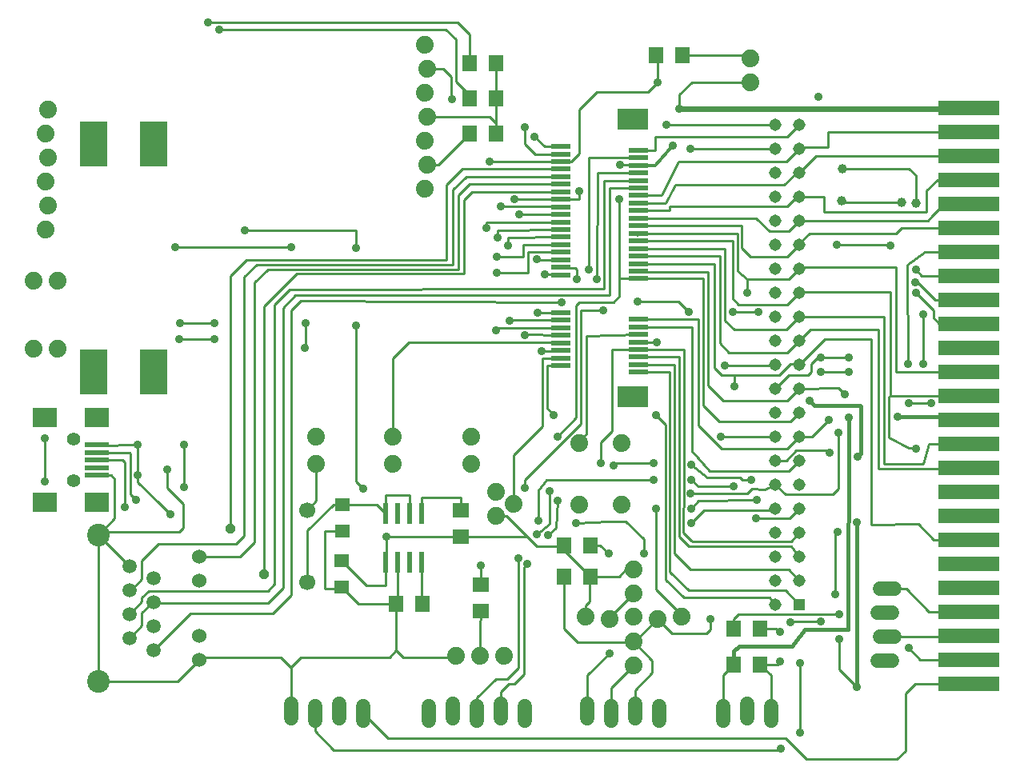
<source format=gtl>
G75*
G70*
%OFA0B0*%
%FSLAX24Y24*%
%IPPOS*%
%LPD*%
%AMOC8*
5,1,8,0,0,1.08239X$1,22.5*
%
%ADD10C,0.0740*%
%ADD11R,0.0630X0.0709*%
%ADD12C,0.0600*%
%ADD13R,0.0984X0.0197*%
%ADD14R,0.0984X0.0787*%
%ADD15C,0.0554*%
%ADD16R,0.1260X0.0906*%
%ADD17R,0.0787X0.0236*%
%ADD18R,0.1181X0.1890*%
%ADD19R,0.2550X0.0600*%
%ADD20C,0.0945*%
%ADD21C,0.0591*%
%ADD22C,0.0600*%
%ADD23R,0.0236X0.0866*%
%ADD24R,0.0630X0.0551*%
%ADD25R,0.0709X0.0630*%
%ADD26C,0.0669*%
%ADD27R,0.0515X0.0515*%
%ADD28C,0.0515*%
%ADD29C,0.0100*%
%ADD30C,0.0357*%
%ADD31C,0.0160*%
%ADD32C,0.0120*%
%ADD33C,0.0240*%
%ADD34C,0.0396*%
%ADD35OC8,0.0396*%
D10*
X014641Y012955D03*
X014641Y014095D03*
X017844Y014095D03*
X017844Y012955D03*
X021111Y012955D03*
X021111Y014095D03*
X022118Y011778D03*
X022868Y011278D03*
X022118Y010778D03*
X025594Y011245D03*
X027374Y011245D03*
X027374Y013805D03*
X025594Y013805D03*
X027863Y008542D03*
X027863Y007542D03*
X027863Y006592D03*
X028863Y006492D03*
X029863Y006592D03*
X027863Y005542D03*
X027863Y004542D03*
X026863Y006492D03*
X025863Y006592D03*
X022484Y004946D03*
X021484Y004946D03*
X020484Y004946D03*
X003854Y017764D03*
X002854Y017764D03*
X002854Y020592D03*
X003854Y020592D03*
X003354Y022704D03*
X003454Y023704D03*
X003354Y024704D03*
X003454Y025704D03*
X003354Y026704D03*
X003454Y027704D03*
X019162Y028410D03*
X019262Y027410D03*
X019162Y026410D03*
X019262Y025410D03*
X019162Y024410D03*
X019262Y029410D03*
X019162Y030410D03*
X032723Y029860D03*
X032723Y028860D03*
D11*
X029912Y029978D03*
X028810Y029978D03*
X022140Y029652D03*
X021038Y029652D03*
X021038Y028192D03*
X022140Y028192D03*
X022145Y026730D03*
X021042Y026730D03*
X024956Y009565D03*
X026058Y009565D03*
X026058Y008257D03*
X024956Y008257D03*
X019083Y007103D03*
X017980Y007103D03*
X032048Y006099D03*
X033151Y006099D03*
X033150Y004598D03*
X032047Y004598D03*
D12*
X032594Y002956D02*
X032594Y002356D01*
X031594Y002256D02*
X031594Y002856D01*
X033594Y002856D02*
X033594Y002256D01*
X028939Y002256D02*
X028939Y002856D01*
X027939Y002956D02*
X027939Y002356D01*
X026939Y002256D02*
X026939Y002856D01*
X025939Y002956D02*
X025939Y002356D01*
X023344Y002256D02*
X023344Y002856D01*
X022344Y002956D02*
X022344Y002356D01*
X021344Y002256D02*
X021344Y002856D01*
X020344Y002956D02*
X020344Y002356D01*
X019344Y002256D02*
X019344Y002856D01*
X016594Y002856D02*
X016594Y002256D01*
X015594Y002356D02*
X015594Y002956D01*
X014594Y002856D02*
X014594Y002256D01*
X013594Y002356D02*
X013594Y002956D01*
X038024Y004756D02*
X038624Y004756D01*
X038724Y005756D02*
X038124Y005756D01*
X038024Y006756D02*
X038624Y006756D01*
X038724Y007756D02*
X038124Y007756D01*
D13*
X005515Y012477D03*
X005515Y012792D03*
X005515Y013107D03*
X005515Y013422D03*
X005515Y013737D03*
D14*
X005515Y014879D03*
X003350Y014879D03*
X003350Y011336D03*
X005515Y011336D03*
D15*
X004531Y012241D03*
X004531Y013974D03*
D16*
X027840Y015748D03*
X027840Y027303D03*
D17*
X028076Y026024D03*
X028076Y025709D03*
X028076Y025394D03*
X028076Y025079D03*
X028076Y024764D03*
X028076Y024449D03*
X028076Y024134D03*
X028076Y023819D03*
X028076Y023504D03*
X028076Y023189D03*
X028076Y022874D03*
X028076Y022559D03*
X028076Y022244D03*
X028076Y021929D03*
X028076Y021614D03*
X028076Y021299D03*
X028076Y020984D03*
X028076Y020669D03*
X028076Y018976D03*
X028076Y018661D03*
X028076Y018346D03*
X028076Y018031D03*
X028076Y017716D03*
X028076Y017401D03*
X028076Y017087D03*
X028076Y016772D03*
X024848Y017047D03*
X024848Y017362D03*
X024848Y017677D03*
X024848Y017992D03*
X024848Y018307D03*
X024848Y018622D03*
X024848Y018937D03*
X024848Y019252D03*
X024848Y020827D03*
X024848Y021142D03*
X024848Y021457D03*
X024848Y021772D03*
X024848Y022087D03*
X024848Y022401D03*
X024848Y022716D03*
X024848Y023031D03*
X024848Y023346D03*
X024848Y023661D03*
X024848Y023976D03*
X024848Y024291D03*
X024848Y024606D03*
X024848Y024921D03*
X024848Y025236D03*
X024848Y025551D03*
X024848Y025866D03*
X024848Y026181D03*
D18*
X007859Y026299D03*
X005379Y026299D03*
X005379Y016772D03*
X007859Y016772D03*
D19*
X041844Y016796D03*
X041844Y015796D03*
X041844Y014796D03*
X041844Y013796D03*
X041844Y012796D03*
X041844Y011796D03*
X041844Y010796D03*
X041844Y009796D03*
X041844Y008796D03*
X041844Y007796D03*
X041844Y006796D03*
X041844Y005796D03*
X041844Y004796D03*
X041844Y003796D03*
X041844Y017796D03*
X041844Y018796D03*
X041844Y019796D03*
X041844Y020796D03*
X041844Y021796D03*
X041844Y022796D03*
X041844Y023796D03*
X041844Y024796D03*
X041844Y025796D03*
X041844Y026796D03*
X041844Y027796D03*
D20*
X005564Y003896D03*
X005564Y009996D03*
D21*
X006864Y008696D03*
X007864Y008196D03*
X006864Y007696D03*
X007864Y007196D03*
X006864Y006696D03*
X007864Y006196D03*
X006864Y005696D03*
X007864Y005196D03*
D22*
X009764Y004796D03*
X009764Y005796D03*
X009764Y008096D03*
X009764Y009096D03*
D23*
X017542Y008835D03*
X018042Y008835D03*
X018542Y008835D03*
X019042Y008835D03*
X019042Y010882D03*
X018542Y010882D03*
X018042Y010882D03*
X017542Y010882D03*
D24*
X015739Y011260D03*
X015739Y010158D03*
X015685Y008929D03*
X015685Y007826D03*
D25*
X020652Y009925D03*
X020652Y011028D03*
X021486Y007913D03*
X021486Y006811D03*
D26*
X014266Y008027D03*
X014266Y011027D03*
D27*
X034784Y007096D03*
D28*
X033784Y007096D03*
X033784Y008096D03*
X034784Y008096D03*
X034784Y009096D03*
X033784Y009096D03*
X033784Y010096D03*
X034784Y010096D03*
X034784Y011096D03*
X033784Y011096D03*
X033784Y012096D03*
X034784Y012096D03*
X034784Y013096D03*
X033784Y013096D03*
X033784Y014096D03*
X034784Y014096D03*
X034784Y015096D03*
X033784Y015096D03*
X033784Y016096D03*
X034784Y016096D03*
X034784Y017096D03*
X033784Y017096D03*
X033784Y018096D03*
X034784Y018096D03*
X034784Y019096D03*
X033784Y019096D03*
X033784Y020096D03*
X034784Y020096D03*
X034784Y021096D03*
X033784Y021096D03*
X033784Y022096D03*
X034784Y022096D03*
X034784Y023096D03*
X033784Y023096D03*
X033784Y024096D03*
X034784Y024096D03*
X034784Y025096D03*
X033784Y025096D03*
X033784Y026096D03*
X034784Y026096D03*
X034784Y027096D03*
X033784Y027096D03*
D29*
X029244Y027096D01*
X028784Y026576D02*
X034264Y026576D01*
X034784Y027096D01*
X034831Y026143D02*
X034784Y026096D01*
X034241Y025553D01*
X034241Y025536D01*
X029724Y025536D01*
X029024Y024134D01*
X028076Y024134D01*
X028076Y024449D02*
X026884Y024449D01*
X026884Y019996D01*
X013774Y019996D01*
X013774Y019976D01*
X013254Y019456D01*
X013254Y007796D01*
X012624Y007166D01*
X007894Y007166D01*
X007864Y007196D01*
X007824Y007196D01*
X007374Y006746D01*
X007374Y006206D01*
X006864Y005696D01*
X007864Y005196D02*
X009394Y006726D01*
X012847Y006726D01*
X013588Y007467D01*
X013588Y008296D01*
X013590Y008299D01*
X013590Y019338D01*
X014006Y019754D01*
X024870Y019693D01*
X024848Y019252D02*
X023864Y019252D01*
X023864Y019236D01*
X024848Y018937D02*
X022715Y018937D01*
X022704Y018926D01*
X022247Y018622D02*
X022142Y018518D01*
X022247Y018622D02*
X024848Y018622D01*
X024848Y018307D02*
X023345Y018342D01*
X023324Y018313D01*
X024024Y017666D02*
X024837Y017666D01*
X024848Y017677D01*
X024848Y017362D02*
X024064Y017362D01*
X024064Y014516D01*
X022868Y013320D01*
X022868Y011278D01*
X022583Y010778D02*
X022118Y010778D01*
X022583Y010778D02*
X023435Y009925D01*
X020864Y009925D01*
X020864Y009926D01*
X017561Y009926D01*
X017565Y009929D02*
X017565Y008858D01*
X017542Y008835D01*
X017542Y007898D01*
X017551Y007889D01*
X016725Y007889D01*
X015685Y008929D01*
X015685Y007826D02*
X015613Y007754D01*
X015012Y007754D01*
X014999Y007767D01*
X014999Y010159D01*
X015000Y010158D01*
X015739Y010158D01*
X015776Y010121D01*
X015358Y011260D02*
X014283Y010186D01*
X014283Y008043D01*
X014266Y008027D01*
X012904Y007936D02*
X012624Y007656D01*
X007654Y007656D01*
X007374Y007376D01*
X007374Y007206D01*
X006864Y006696D01*
X006864Y007696D02*
X006924Y007696D01*
X007374Y008146D01*
X007374Y008916D01*
X008074Y009616D01*
X011294Y009616D01*
X011644Y009966D01*
X011644Y020746D01*
X012164Y021266D01*
X020349Y021266D01*
X020349Y024376D01*
X020894Y024921D01*
X024848Y024921D01*
X024848Y024606D02*
X021029Y024606D01*
X020579Y024156D01*
X020579Y021066D01*
X012624Y021066D01*
X012064Y020506D01*
X012064Y009686D01*
X011474Y009096D01*
X009764Y009096D01*
X008951Y010110D02*
X005678Y010110D01*
X005564Y009996D01*
X006250Y010682D01*
X006250Y012322D01*
X006095Y012477D01*
X005515Y012477D01*
X005515Y013107D02*
X006574Y013107D01*
X006668Y013013D01*
X006668Y011160D01*
X006658Y011150D01*
X007146Y011454D02*
X006906Y011694D01*
X006906Y013394D01*
X006860Y013420D01*
X005515Y013422D01*
X005520Y013732D02*
X007211Y013750D01*
X007211Y012479D01*
X007211Y012198D01*
X008133Y011275D01*
X008552Y010850D01*
X009111Y011282D02*
X009111Y010269D01*
X008951Y010110D01*
X009111Y011282D02*
X008436Y011957D01*
X008436Y012731D01*
X009148Y011987D02*
X009148Y013756D01*
X005520Y013732D02*
X005515Y013737D01*
X003335Y014029D02*
X003335Y012219D01*
X005564Y009996D02*
X006864Y008696D01*
X005564Y009996D02*
X005564Y003896D01*
X008864Y003896D01*
X009764Y004796D01*
X009848Y004880D01*
X013176Y004880D01*
X013571Y004484D01*
X013594Y004484D01*
X013594Y002656D01*
X013594Y002656D01*
X014594Y002556D02*
X014594Y001801D01*
X015366Y001030D01*
X033964Y001030D01*
X034012Y001078D01*
X034210Y001513D02*
X035082Y000640D01*
X038850Y000640D01*
X039200Y000991D01*
X039200Y003385D01*
X039611Y003796D01*
X041844Y003796D01*
X041844Y004796D02*
X039802Y004796D01*
X039325Y005273D01*
X038424Y005756D02*
X041804Y005756D01*
X041844Y005796D01*
X041844Y006796D02*
X040184Y006796D01*
X039224Y007756D01*
X038424Y007756D01*
X036276Y007507D02*
X036276Y010027D01*
X036380Y010132D01*
X037764Y010416D02*
X039744Y010436D01*
X040384Y009796D01*
X041844Y009796D01*
X041844Y012756D02*
X038064Y012756D01*
X038064Y018536D01*
X035224Y018536D01*
X034784Y018096D01*
X034284Y017596D01*
X031844Y017596D01*
X031464Y017976D01*
X031464Y021614D01*
X028076Y021614D01*
X028089Y021916D02*
X031673Y021906D01*
X031683Y018916D01*
X032084Y018556D01*
X034244Y018556D01*
X034784Y019096D01*
X034784Y019091D01*
X038304Y019091D01*
X038299Y012950D01*
X039951Y012944D01*
X040176Y013797D01*
X041844Y013796D01*
X041844Y012796D02*
X041844Y012756D01*
X039649Y013592D02*
X039347Y013600D01*
X038516Y014060D01*
X038516Y015748D01*
X038564Y015796D01*
X041844Y015796D01*
X041844Y016796D02*
X038804Y016796D01*
X038804Y021146D01*
X034784Y021146D01*
X034784Y021096D01*
X034324Y020636D01*
X032612Y020636D01*
X032611Y020076D01*
X032244Y019596D02*
X034284Y019596D01*
X034784Y020096D01*
X034784Y020118D01*
X038564Y020118D01*
X038564Y015796D01*
X039344Y015496D02*
X040276Y015496D01*
X039924Y017116D02*
X039924Y019196D01*
X040364Y019336D02*
X040364Y019036D01*
X040604Y018796D01*
X041844Y018796D01*
X041844Y019796D02*
X040424Y019796D01*
X039724Y020496D01*
X039612Y020520D01*
X039864Y020796D02*
X039624Y021036D01*
X039864Y020796D02*
X041844Y020796D01*
X041844Y021796D02*
X040004Y021796D01*
X039284Y021256D01*
X039304Y017116D01*
X037764Y018156D02*
X035844Y018156D01*
X034784Y017096D01*
X034764Y017116D01*
X034404Y017116D01*
X033924Y016636D01*
X032060Y016636D01*
X032060Y016197D01*
X031604Y015596D02*
X034284Y015596D01*
X034784Y016096D01*
X036397Y016112D01*
X036680Y015840D01*
X036824Y016796D02*
X035664Y016796D01*
X035284Y016796D02*
X035284Y017116D01*
X035544Y017376D01*
X035664Y017376D01*
X036824Y017376D01*
X037764Y018156D02*
X037764Y010416D01*
X036404Y011916D02*
X036164Y011676D01*
X034204Y011676D01*
X033784Y012096D01*
X033350Y011899D01*
X032804Y011902D01*
X032614Y011712D01*
X031395Y011712D01*
X031220Y011711D01*
X030250Y011711D01*
X030580Y011407D02*
X033014Y011450D01*
X033706Y011018D02*
X033784Y011096D01*
X033706Y011018D02*
X030798Y011018D01*
X030258Y010477D01*
X029947Y010075D02*
X030281Y009742D01*
X030318Y009705D01*
X034420Y009705D01*
X034784Y010069D01*
X034784Y010096D01*
X034444Y009516D02*
X034784Y009096D01*
X034444Y009516D02*
X030164Y009516D01*
X029774Y009906D01*
X029774Y017401D01*
X028076Y017401D01*
X028076Y017087D02*
X029574Y017087D01*
X029574Y009226D01*
X030244Y008556D01*
X034324Y008556D01*
X034784Y008096D01*
X034204Y007676D02*
X034784Y007096D01*
X034412Y006377D02*
X035672Y006371D01*
X036430Y006677D02*
X036447Y006660D01*
X036430Y006677D02*
X032248Y006677D01*
X032048Y006478D01*
X032048Y006099D01*
X031082Y006056D02*
X031082Y006478D01*
X031082Y006056D02*
X030902Y005875D01*
X029480Y005875D01*
X028863Y006492D01*
X027913Y005542D01*
X027863Y005542D01*
X028644Y004760D01*
X028644Y004236D01*
X027939Y003531D01*
X027939Y002656D01*
X026939Y002556D02*
X026939Y003618D01*
X027863Y004542D01*
X027837Y005516D02*
X027863Y005542D01*
X027837Y005516D02*
X025524Y005516D01*
X024956Y006085D01*
X024956Y008257D01*
X026030Y008229D02*
X026030Y007202D01*
X025863Y007035D01*
X025863Y006592D01*
X026863Y006542D02*
X027863Y007542D01*
X027262Y008256D02*
X027548Y008542D01*
X027863Y008542D01*
X027262Y008256D02*
X026059Y008256D01*
X026058Y008257D01*
X026030Y008229D01*
X026058Y008257D02*
X024956Y009359D01*
X024956Y009565D01*
X024907Y009516D01*
X023844Y009516D01*
X023435Y009925D01*
X023846Y010015D02*
X024358Y010443D01*
X024358Y011801D01*
X023902Y011866D02*
X023903Y010593D01*
X024317Y009982D02*
X024631Y010291D01*
X024687Y011415D01*
X023902Y011866D02*
X024246Y012280D01*
X025076Y012280D01*
X025081Y012286D01*
X028712Y012286D01*
X028706Y012974D02*
X027135Y012974D01*
X027029Y012868D01*
X026506Y012969D02*
X026506Y013847D01*
X026977Y014319D01*
X026977Y017716D01*
X028076Y017716D01*
X029953Y017720D01*
X029953Y012195D01*
X029947Y010075D01*
X030255Y011082D02*
X030580Y011407D01*
X030567Y012029D02*
X030259Y012276D01*
X030567Y012029D02*
X032044Y012027D01*
X032403Y012298D02*
X032765Y012298D01*
X032403Y012298D02*
X032310Y012390D01*
X030925Y012392D01*
X030269Y012926D01*
X030298Y013492D02*
X030298Y018661D01*
X028076Y018661D01*
X028076Y018346D02*
X025914Y018297D01*
X025914Y015100D01*
X025914Y014212D01*
X025594Y013805D01*
X024900Y013836D02*
X023340Y012275D01*
X023340Y011961D01*
X024900Y013836D02*
X025667Y014605D01*
X025667Y019365D01*
X026586Y019365D01*
X027043Y019695D02*
X025599Y019695D01*
X025458Y019545D01*
X025458Y014872D01*
X024685Y014099D01*
X024524Y014980D02*
X024284Y015298D01*
X024284Y017047D01*
X024848Y017047D01*
X024848Y017992D02*
X024837Y018003D01*
X018499Y018003D01*
X017844Y017348D01*
X017844Y014095D01*
X016300Y012206D02*
X016589Y011918D01*
X016300Y012206D02*
X016300Y018706D01*
X016296Y018706D01*
X014189Y018807D02*
X014189Y017866D01*
X014211Y017843D01*
X014173Y017767D01*
X012904Y019576D02*
X012904Y007936D01*
X012484Y008356D02*
X012484Y019526D01*
X013844Y020886D01*
X020789Y020886D01*
X020789Y023936D01*
X021144Y024291D01*
X024848Y024291D01*
X024848Y023976D02*
X022908Y023978D01*
X023072Y023346D02*
X024848Y023346D01*
X024817Y023316D01*
X024848Y023031D02*
X021734Y023031D01*
X021734Y022796D01*
X022185Y022698D02*
X022185Y022368D01*
X022185Y022698D02*
X024848Y022716D01*
X024848Y022401D02*
X022645Y022383D01*
X022640Y022058D01*
X023272Y022086D02*
X023272Y021577D01*
X022160Y021577D01*
X022160Y020907D02*
X023460Y020907D01*
X023460Y021772D01*
X024848Y021772D01*
X024843Y021776D01*
X024847Y022086D02*
X023272Y022086D01*
X023831Y021468D02*
X023824Y021457D01*
X024848Y021457D01*
X024848Y021142D02*
X024864Y021126D01*
X025443Y021126D01*
X025514Y021055D01*
X025514Y020633D01*
X026002Y021058D02*
X026004Y025709D01*
X028076Y025709D01*
X028067Y025403D02*
X028076Y025394D01*
X028076Y025356D01*
X028076Y025366D02*
X028076Y025394D01*
X028067Y025403D02*
X027286Y025403D01*
X028076Y025079D02*
X026368Y025079D01*
X026325Y020660D01*
X026644Y020236D02*
X024484Y020236D01*
X013534Y020206D01*
X012904Y019576D01*
X013774Y019976D02*
X013774Y019986D01*
X011744Y021446D02*
X011084Y020786D01*
X011084Y010246D01*
X014266Y011027D02*
X014641Y011401D01*
X014641Y012955D01*
X015358Y011260D02*
X015739Y011260D01*
X015944Y011260D01*
X017164Y011260D01*
X017542Y010882D01*
X017542Y011645D01*
X018542Y011645D01*
X018542Y010882D01*
X019037Y010882D02*
X019042Y010882D01*
X019037Y010882D02*
X019037Y011564D01*
X020652Y011564D01*
X020652Y011028D01*
X020652Y009925D02*
X020864Y009925D01*
X021509Y008713D02*
X021509Y007936D01*
X021486Y007913D01*
X021486Y006811D02*
X021484Y006061D01*
X021484Y004946D01*
X022129Y003989D02*
X022599Y003989D01*
X023062Y004452D01*
X023062Y008617D01*
X023065Y008620D01*
X023065Y009030D01*
X023443Y008772D02*
X023305Y008635D01*
X023305Y004186D01*
X022916Y003797D01*
X022681Y003797D01*
X022344Y003460D01*
X022344Y002656D01*
X021344Y002556D02*
X021344Y003204D01*
X022129Y003989D01*
X020484Y004946D02*
X020421Y004883D01*
X018265Y004883D01*
X017980Y005168D01*
X017702Y004890D01*
X014000Y004890D01*
X013594Y004484D01*
X016594Y002556D02*
X017638Y001513D01*
X034210Y001513D01*
X034788Y001742D02*
X034788Y004651D01*
X034787Y004652D01*
X033973Y004707D02*
X033863Y004598D01*
X033150Y004598D01*
X033594Y004153D01*
X033594Y002556D01*
X031594Y002556D02*
X031594Y004145D01*
X032047Y004598D01*
X033800Y006099D02*
X033964Y005936D01*
X033800Y006099D02*
X033151Y006099D01*
X033784Y007096D02*
X033784Y007104D01*
X033521Y007367D01*
X029958Y007367D01*
X029197Y008127D01*
X029197Y014572D01*
X028789Y014980D01*
X030554Y014566D02*
X030554Y018976D01*
X028076Y018976D01*
X028045Y019703D02*
X029749Y019703D01*
X030171Y019281D01*
X030774Y020669D02*
X030774Y015386D01*
X031444Y014716D01*
X034404Y014716D01*
X034784Y015096D01*
X035304Y014096D02*
X036004Y014796D01*
X036404Y014236D02*
X036404Y011916D01*
X034784Y011096D02*
X034369Y010681D01*
X032966Y010681D01*
X034324Y012636D02*
X031044Y012636D01*
X030298Y013492D01*
X030554Y014566D02*
X031524Y013596D01*
X034284Y013596D01*
X034784Y014096D01*
X035304Y014096D01*
X035924Y013516D02*
X034644Y013516D01*
X034224Y013096D01*
X033784Y013096D01*
X034324Y012636D02*
X034784Y013096D01*
X035924Y013516D02*
X036024Y013416D01*
X033784Y014096D02*
X031504Y014096D01*
X031604Y015596D02*
X030984Y016216D01*
X030984Y020956D01*
X028104Y020956D01*
X028076Y020984D01*
X028076Y020669D02*
X027284Y020669D01*
X027284Y019937D01*
X027043Y019695D01*
X026644Y020236D02*
X026644Y024764D01*
X028076Y024764D01*
X027284Y023996D02*
X027284Y020669D01*
X028076Y020669D02*
X030774Y020669D01*
X031224Y021299D02*
X031224Y016936D01*
X031524Y016636D01*
X032060Y016636D01*
X031684Y017036D02*
X033724Y017036D01*
X033784Y017096D01*
X034324Y016636D02*
X033784Y016096D01*
X034324Y016636D02*
X035124Y016636D01*
X035284Y016796D01*
X033079Y019272D02*
X033073Y019278D01*
X031986Y019278D01*
X032244Y019596D02*
X032004Y019836D01*
X032004Y022244D01*
X028076Y022244D01*
X028013Y022496D02*
X028076Y022559D01*
X032204Y022559D01*
X032204Y020996D01*
X032612Y020636D01*
X032724Y021596D02*
X034284Y021596D01*
X034784Y022096D01*
X034784Y022136D01*
X035204Y022556D01*
X038804Y022556D01*
X039044Y022796D01*
X041844Y022796D01*
X041844Y023776D02*
X040804Y023776D01*
X040304Y023276D01*
X040124Y023096D01*
X034784Y023096D01*
X034324Y022636D01*
X033524Y022636D01*
X032964Y023196D01*
X028076Y023196D01*
X028076Y023189D01*
X028076Y023504D02*
X029384Y023504D01*
X029384Y023676D01*
X034256Y023676D01*
X034676Y024096D01*
X034784Y024096D01*
X035776Y024096D01*
X035804Y024068D01*
X035804Y023456D01*
X040084Y023456D01*
X040084Y024336D01*
X040544Y024796D01*
X041844Y024796D01*
X041844Y025696D02*
X041844Y025796D01*
X035484Y025796D01*
X034784Y025096D01*
X034664Y025096D01*
X034144Y024576D01*
X029604Y024576D01*
X029204Y023819D01*
X028076Y023819D01*
X028076Y022874D02*
X032384Y022874D01*
X032384Y021936D01*
X032724Y021596D01*
X031224Y021299D02*
X028076Y021299D01*
X028089Y021916D02*
X028076Y021929D01*
X025604Y023976D02*
X025604Y024316D01*
X025604Y023976D02*
X024848Y023976D01*
X024863Y023676D02*
X022328Y023676D01*
X023072Y023346D02*
X023085Y023347D01*
X024848Y023661D02*
X024863Y023676D01*
X024848Y025236D02*
X020719Y025236D01*
X020069Y024586D01*
X020069Y021446D01*
X011744Y021446D01*
X011659Y022698D02*
X016309Y022698D01*
X016309Y021940D01*
X013612Y021984D02*
X008771Y021984D01*
X008967Y018816D02*
X010415Y018803D01*
X010405Y018155D02*
X010386Y018135D01*
X008946Y018135D01*
X019262Y025410D02*
X019723Y025410D01*
X021042Y026730D01*
X021882Y027402D02*
X019270Y027402D01*
X019262Y027410D01*
X020255Y028195D02*
X020305Y028145D01*
X020255Y028195D02*
X020255Y029097D01*
X019941Y029410D01*
X019262Y029410D01*
X020455Y028896D02*
X020455Y030633D01*
X020038Y031059D01*
X010590Y031050D01*
X010140Y031351D02*
X020538Y031351D01*
X021038Y030851D01*
X021038Y029652D01*
X020455Y028896D02*
X021038Y028313D01*
X021038Y028192D01*
X021038Y028361D01*
X022140Y028192D02*
X022140Y028192D01*
X022140Y029652D01*
X022140Y028192D02*
X022140Y026734D01*
X022145Y026730D01*
X022145Y027139D01*
X021882Y027402D01*
X023344Y026996D02*
X023344Y026296D01*
X023775Y025866D01*
X024848Y025866D01*
X024848Y025551D02*
X025282Y025551D01*
X025597Y025867D01*
X025597Y027732D01*
X026321Y028455D01*
X028481Y028455D01*
X028874Y028848D01*
X028874Y029914D01*
X028810Y029978D01*
X029912Y029978D02*
X032604Y029978D01*
X032723Y029860D01*
X032723Y028860D02*
X032715Y028852D01*
X030294Y028852D01*
X029784Y028343D01*
X029784Y027756D01*
X028784Y026576D02*
X028784Y026024D01*
X028076Y026024D01*
X030244Y026096D02*
X033784Y026096D01*
X034831Y026143D02*
X035984Y026143D01*
X035984Y026796D01*
X041844Y026796D01*
X041844Y025796D02*
X042044Y025796D01*
X042044Y025696D01*
X041844Y025696D01*
X039624Y024976D02*
X039624Y023816D01*
X039024Y023836D02*
X036624Y023836D01*
X036544Y023916D01*
X036584Y025256D02*
X039344Y025256D01*
X039624Y024976D01*
X040300Y023281D02*
X040304Y023276D01*
X041844Y023776D02*
X041844Y023796D01*
X038564Y022056D02*
X038544Y022076D01*
X036324Y022076D01*
X039624Y020076D02*
X040364Y019336D01*
X029374Y016772D02*
X029374Y008466D01*
X030164Y007676D01*
X034204Y007676D01*
X034412Y006377D02*
X034405Y006364D01*
X036440Y005643D02*
X036447Y005635D01*
X036447Y004383D01*
X037164Y003665D01*
X037164Y003654D01*
X029863Y006592D02*
X029863Y006638D01*
X028788Y007713D01*
X028788Y011090D01*
X027551Y010561D02*
X026833Y010561D01*
X025457Y010468D01*
X026058Y009565D02*
X026471Y009565D01*
X026831Y009205D01*
X028300Y009229D02*
X028300Y009812D01*
X027551Y010561D01*
X026863Y006542D02*
X026863Y006492D01*
X026857Y005065D02*
X025939Y004148D01*
X025939Y002656D01*
X019083Y007103D02*
X019042Y007144D01*
X019042Y008835D01*
X018042Y008835D02*
X018042Y007165D01*
X017980Y007103D01*
X017980Y005168D01*
X017980Y007103D02*
X016408Y007103D01*
X015685Y007826D01*
X028076Y016772D02*
X029374Y016772D01*
X028837Y018027D02*
X028824Y018031D01*
X028076Y018031D01*
X024848Y020827D02*
X024848Y020834D01*
X024178Y020834D01*
X024191Y020827D02*
X024191Y020828D01*
X024847Y022086D02*
X024848Y022087D01*
X024833Y025536D02*
X021854Y025536D01*
X023744Y026596D02*
X024160Y026181D01*
X024848Y026181D01*
X024848Y025551D02*
X024833Y025536D01*
D30*
X023744Y026596D03*
X023344Y026996D03*
X021854Y025536D03*
X022908Y023978D03*
X022328Y023676D03*
X023085Y023347D03*
X022185Y022368D03*
X022640Y022058D03*
X022160Y021577D03*
X022160Y020907D03*
X023831Y021468D03*
X024178Y020834D03*
X024870Y019693D03*
X023864Y019236D03*
X023324Y018313D03*
X022704Y018926D03*
X022142Y018518D03*
X024024Y017666D03*
X026586Y019365D03*
X028045Y019703D03*
X026325Y020660D03*
X026002Y021058D03*
X025514Y020633D03*
X028837Y018027D03*
X030171Y019281D03*
X031986Y019278D03*
X032611Y020076D03*
X033079Y019272D03*
X035664Y017376D03*
X035664Y016796D03*
X036824Y016796D03*
X036824Y017376D03*
X036680Y015840D03*
X036844Y014896D03*
X036404Y014236D03*
X036004Y014796D03*
X035191Y015571D03*
X036024Y013416D03*
X037192Y013256D03*
X038869Y014916D03*
X039344Y015496D03*
X040276Y015496D03*
X039924Y017116D03*
X039304Y017116D03*
X039924Y019196D03*
X039624Y020076D03*
X039612Y020520D03*
X039624Y021036D03*
X038564Y022056D03*
X036324Y022076D03*
X030244Y026096D03*
X029504Y026216D03*
X029244Y027096D03*
X029784Y027756D03*
X028874Y028848D03*
X027286Y025403D03*
X025604Y024316D03*
X027284Y023996D03*
X021734Y022796D03*
X016309Y021940D03*
X013612Y021984D03*
X011659Y022698D03*
X008771Y021984D03*
X008967Y018816D03*
X008946Y018135D03*
X010405Y018155D03*
X010415Y018803D03*
X014189Y018807D03*
X014173Y017767D03*
X016296Y018706D03*
X009148Y013756D03*
X008436Y012731D03*
X009148Y011987D03*
X008552Y010850D03*
X007146Y011454D03*
X006658Y011150D03*
X007211Y012479D03*
X007211Y013750D03*
X003335Y014029D03*
X003335Y012219D03*
X016589Y011918D03*
X017561Y009926D03*
X021509Y008713D03*
X023065Y009030D03*
X023443Y008772D03*
X023846Y010015D03*
X024317Y009982D03*
X023903Y010593D03*
X024687Y011415D03*
X024358Y011801D03*
X023340Y011961D03*
X025457Y010468D03*
X026831Y009205D03*
X028300Y009229D03*
X030258Y010477D03*
X030255Y011082D03*
X030250Y011711D03*
X030259Y012276D03*
X030269Y012926D03*
X031504Y014096D03*
X032765Y012298D03*
X032044Y012027D03*
X033014Y011450D03*
X032966Y010681D03*
X036380Y010132D03*
X037164Y010516D03*
X036276Y007507D03*
X036430Y006677D03*
X035672Y006371D03*
X036440Y005643D03*
X034787Y004652D03*
X033973Y004707D03*
X033964Y005936D03*
X034405Y006364D03*
X031082Y006478D03*
X026857Y005065D03*
X034012Y001078D03*
X034788Y001742D03*
X037174Y003644D03*
X039325Y005273D03*
X028788Y011090D03*
X028712Y012286D03*
X028706Y012974D03*
X027029Y012868D03*
X026506Y012969D03*
X024685Y014099D03*
X024524Y014980D03*
X028789Y014980D03*
X031684Y017036D03*
X032060Y016197D03*
X039649Y013592D03*
X035579Y028238D03*
X020305Y028145D03*
X010590Y031050D03*
X010140Y031351D03*
D31*
X035191Y015571D02*
X035392Y015370D01*
X037289Y015370D01*
X037324Y015334D01*
X037324Y013389D01*
X037192Y013256D01*
X036844Y014896D02*
X036824Y014896D01*
X036816Y006040D01*
X035004Y006042D01*
X034469Y005340D01*
X032253Y005340D01*
X032047Y005134D01*
X032047Y004598D01*
X037164Y003654D02*
X037174Y003644D01*
X037164Y003654D02*
X037164Y010516D01*
X041844Y014796D02*
X041844Y014916D01*
X038869Y014916D01*
D32*
X028784Y025394D02*
X028076Y025394D01*
X028089Y025406D01*
X028784Y025394D02*
X029504Y026216D01*
D33*
X029784Y027756D02*
X041804Y027756D01*
X041844Y027796D01*
D34*
X036584Y025256D03*
X036544Y023916D03*
X039024Y023836D03*
X039624Y023816D03*
D35*
X012484Y008356D03*
X011084Y010246D03*
M02*

</source>
